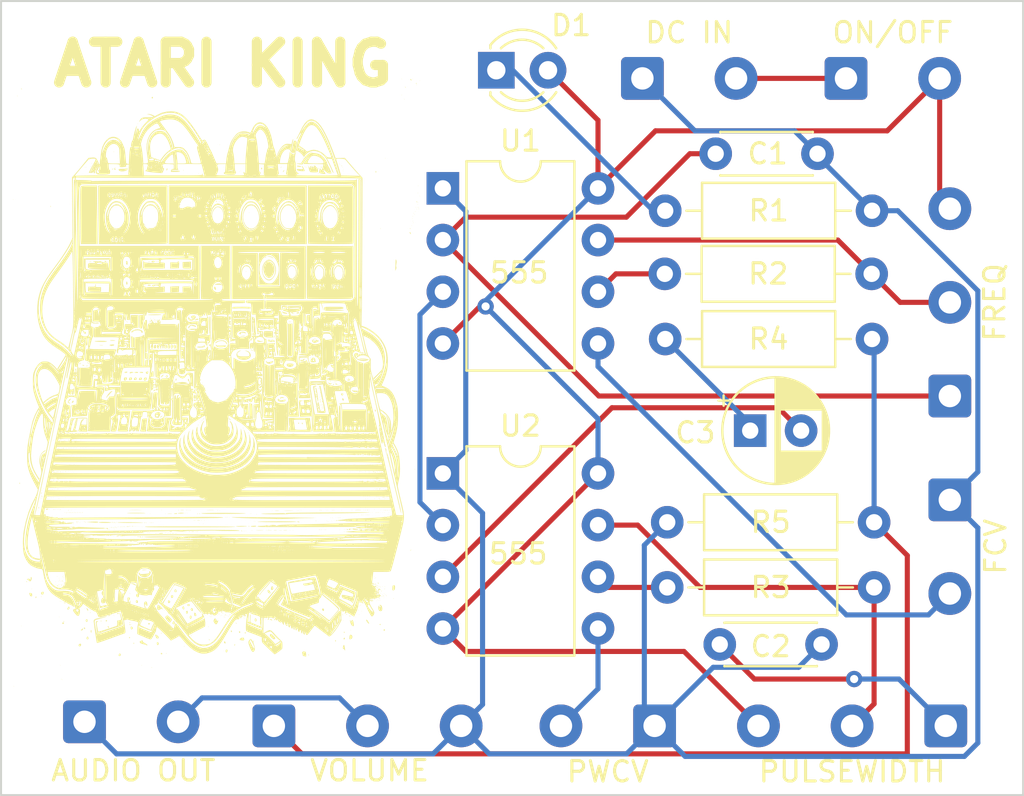
<source format=kicad_pcb>
(kicad_pcb (version 20211014) (generator pcbnew)
  (layers (0 "F.Cu" signal) (31 "B.Cu" signal) (34 "B.Paste" user) (35 "F.Paste" user) (36 "B.SilkS" user "B.Silkscreen") (37 "F.SilkS" user "F.Silkscreen") (38 "B.Mask" user) (39 "F.Mask" user) (44 "Edge.Cuts" user))
  (net 0 "")
  (net 1 "GND")
  (net 2 "Net-(D1-Pad1)")
  (net 3 "/PWR")
  (net 4 "+9V")
  (net 5 "Net-(C1-Pad2)")
  (net 6 "Net-(PULSEWIDTH1-Pad1)")
  (net 7 "Net-(C3-Pad2)")
  (net 8 "Net-(FREQ1-Pad2)")
  (net 9 "Net-(J1-PadT)")
  (net 10 "Net-(J2-PadT)")
  (net 11 "Net-(J4-PadT)")
  (net 12 "Net-(PULSEWIDTH1-Pad2)")
  (net 13 "Net-(C3-Pad1)")
  (net 14 "Net-(R4-Pad2)")
  (net 15 "Net-(U1-Pad3)")
  (net 16 "Net-(U1-Pad6)")
  (net 17 "Net-(U2-Pad6)")
  (footprint "Resistor_THT:R_Axial_DIN0207_L6.3mm_D2.5mm_P10.16mm_Horizontal" (layer "F.Cu") (at 147.62 66.6)
    (fp_text reference "R4" (at 5.08 0) (layer "F.SilkS"))
    (fp_text value "10K" hide)
    (pad "1" thru_hole circle (at 0 0) (size 1.6 1.6) (drill 0.8) (layers *.Cu *.Mask) (net 13 "Net-(C3-Pad1)"))
    (pad "2" thru_hole oval (at 10.16 0) (size 1.6 1.6) (drill 0.8) (layers *.Cu *.Mask) (net 14 "Net-(R4-Pad2)"))
  )
  (footprint "Connector_Wire:SolderWire-0.5sqmm_1x03_P4.6mm_D0.9mm_OD2.1mm" (layer "F.Cu") (at 128.4 85.6)
    (fp_text reference "VOLUME" (at 4.7 2.2) (layer "F.SilkS"))
    (fp_text value "5K" hide)
    (pad "1" thru_hole roundrect (at 0 0) (size 2.1 2.1) (drill 1.1) (layers *.Cu *.Mask) (roundrect_rratio 0.1190480952) (net 14 "Net-(R4-Pad2)"))
    (pad "2" thru_hole circle (at 4.6 0) (size 2.1 2.1) (drill 1.1) (layers *.Cu *.Mask) (net 11 "Net-(J4-PadT)"))
    (pad "3" thru_hole circle (at 9.2 0) (size 2.1 2.1) (drill 1.1) (layers *.Cu *.Mask) (net 1 "GND"))
  )
  (footprint "Connector_Wire:SolderWire-0.5sqmm_1x02_P4.6mm_D0.9mm_OD2.1mm" (layer "F.Cu") (at 119.1 85.4)
    (fp_text reference "AUDIO OUT" (at 2.4 2.4) (layer "F.SilkS"))
    (fp_text value "AUDIO OUT" hide)
    (pad "S" thru_hole roundrect (at 0 0) (size 2.1 2.1) (drill 1.1) (layers *.Cu *.Mask) (roundrect_rratio 0.1190480952) (net 1 "GND"))
    (pad "T" thru_hole circle (at 4.6 0) (size 2.1 2.1) (drill 1.1) (layers *.Cu *.Mask) (net 11 "Net-(J4-PadT)"))
  )
  (footprint "Connector_Wire:SolderWire-0.5sqmm_1x02_P4.6mm_D0.9mm_OD2.1mm" (layer "F.Cu") (at 156.5 53.8)
    (fp_text reference "ON/OFF" (at 2.3 -2.25) (layer "F.SilkS"))
    (fp_text value "ON/OFF" hide)
    (pad "1" thru_hole roundrect (at 0 0) (size 2.1 2.1) (drill 1.1) (layers *.Cu *.Mask) (roundrect_rratio 0.1190480952) (net 4 "+9V"))
    (pad "2" thru_hole circle (at 4.6 0) (size 2.1 2.1) (drill 1.1) (layers *.Cu *.Mask) (net 3 "/PWR"))
  )
  (footprint "Package_DIP:DIP-8_W7.62mm" (layer "F.Cu") (at 136.7 73.2)
    (fp_text reference "U2" (at 3.81 -2.33) (layer "F.SilkS"))
    (fp_text value "555" (at 3.7 3.95) (layer "F.SilkS"))
    (pad "1" thru_hole rect (at 0 0) (size 1.6 1.6) (drill 0.8) (layers *.Cu *.Mask) (net 1 "GND"))
    (pad "2" thru_hole oval (at 0 2.54) (size 1.6 1.6) (drill 0.8) (layers *.Cu *.Mask) (net 15 "Net-(U1-Pad3)"))
    (pad "3" thru_hole oval (at 0 5.08) (size 1.6 1.6) (drill 0.8) (layers *.Cu *.Mask) (net 7 "Net-(C3-Pad2)"))
    (pad "4" thru_hole oval (at 0 7.62) (size 1.6 1.6) (drill 0.8) (layers *.Cu *.Mask) (net 3 "/PWR"))
    (pad "5" thru_hole oval (at 7.62 7.62) (size 1.6 1.6) (drill 0.8) (layers *.Cu *.Mask) (net 10 "Net-(J2-PadT)"))
    (pad "6" thru_hole oval (at 7.62 5.08) (size 1.6 1.6) (drill 0.8) (layers *.Cu *.Mask) (net 17 "Net-(U2-Pad6)"))
    (pad "7" thru_hole oval (at 7.62 2.54) (size 1.6 1.6) (drill 0.8) (layers *.Cu *.Mask) (net 12 "Net-(PULSEWIDTH1-Pad2)"))
    (pad "8" thru_hole oval (at 7.62 0) (size 1.6 1.6) (drill 0.8) (layers *.Cu *.Mask) (net 3 "/PWR"))
  )
  (footprint "Resistor_THT:R_Axial_DIN0207_L6.3mm_D2.5mm_P10.16mm_Horizontal" (layer "F.Cu") (at 147.72 75.6)
    (fp_text reference "R5" (at 5.08 0) (layer "F.SilkS"))
    (fp_text value "4.7K" hide)
    (pad "1" thru_hole circle (at 0 0) (size 1.6 1.6) (drill 0.8) (layers *.Cu *.Mask) (net 1 "GND"))
    (pad "2" thru_hole oval (at 10.16 0) (size 1.6 1.6) (drill 0.8) (layers *.Cu *.Mask) (net 14 "Net-(R4-Pad2)"))
  )
  (footprint "Resistor_THT:R_Axial_DIN0207_L6.3mm_D2.5mm_P10.16mm_Horizontal" (layer "F.Cu") (at 147.72 78.8)
    (fp_text reference "R3" (at 5.08 0) (layer "F.SilkS"))
    (fp_text value "1K" hide)
    (pad "1" thru_hole circle (at 0 0) (size 1.6 1.6) (drill 0.8) (layers *.Cu *.Mask) (net 17 "Net-(U2-Pad6)"))
    (pad "2" thru_hole oval (at 10.16 0) (size 1.6 1.6) (drill 0.8) (layers *.Cu *.Mask) (net 12 "Net-(PULSEWIDTH1-Pad2)"))
  )
  (footprint "Capacitor_THT:C_Disc_D4.3mm_W1.9mm_P5.00mm" (layer "F.Cu") (at 155.3 81.6 180)
    (fp_text reference "C2" (at 2.5 -0.1) (layer "F.SilkS"))
    (fp_text value ".1uf" hide)
    (pad "1" thru_hole circle (at 0 0 180) (size 1.6 1.6) (drill 0.8) (layers *.Cu *.Mask) (net 1 "GND"))
    (pad "2" thru_hole circle (at 5 0 180) (size 1.6 1.6) (drill 0.8) (layers *.Cu *.Mask) (net 6 "Net-(PULSEWIDTH1-Pad1)"))
  )
  (footprint "images:atari_large_long" (layer "F.Cu") (at 125.6 68.8)
    (fp_text reference "G***" hide)
    (fp_text value "LOGO" hide)
  )
  (footprint "Resistor_THT:R_Axial_DIN0207_L6.3mm_D2.5mm_P10.16mm_Horizontal" (layer "F.Cu") (at 147.6 63.4)
    (fp_text reference "R2" (at 5.08 0) (layer "F.SilkS"))
    (fp_text value "1K" hide)
    (pad "1" thru_hole circle (at 0 0) (size 1.6 1.6) (drill 0.8) (layers *.Cu *.Mask) (net 16 "Net-(U1-Pad6)"))
    (pad "2" thru_hole oval (at 10.16 0) (size 1.6 1.6) (drill 0.8) (layers *.Cu *.Mask) (net 8 "Net-(FREQ1-Pad2)"))
  )
  (footprint "Connector_Wire:SolderWire-0.5sqmm_1x03_P4.6mm_D0.9mm_OD2.1mm" (layer "F.Cu") (at 161.4 85.6 180)
    (fp_text reference "PULSEWIDTH" (at 4.6 -2.25) (layer "F.SilkS"))
    (fp_text value "1M" hide)
    (pad "1" thru_hole roundrect (at 0 0 180) (size 2.1 2.1) (drill 1.1) (layers *.Cu *.Mask) (roundrect_rratio 0.1190480952) (net 6 "Net-(PULSEWIDTH1-Pad1)"))
    (pad "2" thru_hole circle (at 4.6 0 180) (size 2.1 2.1) (drill 1.1) (layers *.Cu *.Mask) (net 12 "Net-(PULSEWIDTH1-Pad2)"))
    (pad "3" thru_hole circle (at 9.2 0 180) (size 2.1 2.1) (drill 1.1) (layers *.Cu *.Mask) (net 3 "/PWR"))
  )
  (footprint "Capacitor_THT:CP_Radial_D5.0mm_P2.50mm" (layer "F.Cu") (at 151.794888 71.1)
    (fp_text reference "C3" (at -2.694888 0.1) (layer "F.SilkS"))
    (fp_text value "10uf" hide)
    (pad "1" thru_hole rect (at 0 0) (size 1.6 1.6) (drill 0.8) (layers *.Cu *.Mask) (net 13 "Net-(C3-Pad1)"))
    (pad "2" thru_hole circle (at 2.5 0) (size 1.6 1.6) (drill 0.8) (layers *.Cu *.Mask) (net 7 "Net-(C3-Pad2)"))
  )
  (footprint "Connector_Wire:SolderWire-0.5sqmm_1x02_P4.6mm_D0.9mm_OD2.1mm" (layer "F.Cu") (at 146.5 53.8)
    (fp_text reference "DC IN" (at 2.3 -2.25) (layer "F.SilkS"))
    (fp_text value "DC IN" hide)
    (pad "1" thru_hole roundrect (at 0 0) (size 2.1 2.1) (drill 1.1) (layers *.Cu *.Mask) (roundrect_rratio 0.1190480952) (net 1 "GND"))
    (pad "2" thru_hole circle (at 4.6 0) (size 2.1 2.1) (drill 1.1) (layers *.Cu *.Mask) (net 4 "+9V"))
  )
  (footprint "Resistor_THT:R_Axial_DIN0207_L6.3mm_D2.5mm_P10.16mm_Horizontal" (layer "F.Cu") (at 157.78 60.3 180)
    (fp_text reference "R1" (at 5.08 0) (layer "F.SilkS"))
    (fp_text value "1K" hide)
    (pad "1" thru_hole circle (at 0 0 180) (size 1.6 1.6) (drill 0.8) (layers *.Cu *.Mask) (net 1 "GND"))
    (pad "2" thru_hole oval (at 10.16 0 180) (size 1.6 1.6) (drill 0.8) (layers *.Cu *.Mask) (net 2 "Net-(D1-Pad1)"))
  )
  (footprint "Capacitor_THT:C_Disc_D4.3mm_W1.9mm_P5.00mm" (layer "F.Cu") (at 155.1 57.5 180)
    (fp_text reference "C1" (at 2.45 0 180) (layer "F.SilkS"))
    (fp_text value ".01uf" hide)
    (pad "1" thru_hole circle (at 0 0 180) (size 1.6 1.6) (drill 0.8) (layers *.Cu *.Mask) (net 1 "GND"))
    (pad "2" thru_hole circle (at 5 0 180) (size 1.6 1.6) (drill 0.8) (layers *.Cu *.Mask) (net 5 "Net-(C1-Pad2)"))
  )
  (footprint "Connector_Wire:SolderWire-0.5sqmm_1x02_P4.6mm_D0.9mm_OD2.1mm" (layer "F.Cu") (at 161.6 74.5 -90)
    (fp_text reference "FCV" (at 2.3 -2.25 -270) (layer "F.SilkS"))
    (fp_text value "FCV" hide)
    (pad "S" thru_hole roundrect (at 0 0 270) (size 2.1 2.1) (drill 1.1) (layers *.Cu *.Mask) (roundrect_rratio 0.1190480952) (net 1 "GND"))
    (pad "T" thru_hole circle (at 4.6 0 270) (size 2.1 2.1) (drill 1.1) (layers *.Cu *.Mask) (net 9 "Net-(J1-PadT)"))
  )
  (footprint "Package_DIP:DIP-8_W7.62mm" (layer "F.Cu") (at 136.7 59.2)
    (fp_text reference "U1" (at 3.81 -2.33) (layer "F.SilkS"))
    (fp_text value "555" (at 3.75 4.15) (layer "F.SilkS"))
    (pad "1" thru_hole rect (at 0 0) (size 1.6 1.6) (drill 0.8) (layers *.Cu *.Mask) (net 1 "GND"))
    (pad "2" thru_hole oval (at 0 2.54) (size 1.6 1.6) (drill 0.8) (layers *.Cu *.Mask) (net 5 "Net-(C1-Pad2)"))
    (pad "3" thru_hole oval (at 0 5.08) (size 1.6 1.6) (drill 0.8) (layers *.Cu *.Mask) (net 15 "Net-(U1-Pad3)"))
    (pad "4" thru_hole oval (at 0 7.62) (size 1.6 1.6) (drill 0.8) (layers *.Cu *.Mask) (net 3 "/PWR"))
    (pad "5" thru_hole oval (at 7.62 7.62) (size 1.6 1.6) (drill 0.8) (layers *.Cu *.Mask) (net 9 "Net-(J1-PadT)"))
    (pad "6" thru_hole oval (at 7.62 5.08) (size 1.6 1.6) (drill 0.8) (layers *.Cu *.Mask) (net 16 "Net-(U1-Pad6)"))
    (pad "7" thru_hole oval (at 7.62 2.54) (size 1.6 1.6) (drill 0.8) (layers *.Cu *.Mask) (net 8 "Net-(FREQ1-Pad2)"))
    (pad "8" thru_hole oval (at 7.62 0) (size 1.6 1.6) (drill 0.8) (layers *.Cu *.Mask) (net 3 "/PWR"))
  )
  (footprint "Connector_Wire:SolderWire-0.5sqmm_1x03_P4.6mm_D0.9mm_OD2.1mm" (layer "F.Cu") (at 161.6 69.4 90)
    (fp_text reference "FREQ" (at 4.6 2.2 90) (layer "F.SilkS"))
    (fp_text value "1M" hide)
    (pad "1" thru_hole roundrect (at 0 0 90) (size 2.1 2.1) (drill 1.1) (layers *.Cu *.Mask) (roundrect_rratio 0.1190480952) (net 5 "Net-(C1-Pad2)"))
    (pad "2" thru_hole circle (at 4.6 0 90) (size 2.1 2.1) (drill 1.1) (layers *.Cu *.Mask) (net 8 "Net-(FREQ1-Pad2)"))
    (pad "3" thru_hole circle (at 9.2 0 90) (size 2.1 2.1) (drill 1.1) (layers *.Cu *.Mask) (net 3 "/PWR"))
  )
  (footprint "Connector_Wire:SolderWire-0.5sqmm_1x02_P4.6mm_D0.9mm_OD2.1mm" (layer "F.Cu") (at 147.1 85.6 180)
    (fp_text reference "PWCV" (at 2.3 -2.25) (layer "F.SilkS"))
    (fp_text value "PWCV" hide)
    (pad "S" thru_hole roundrect (at 0 0 180) (size 2.1 2.1) (drill 1.1) (layers *.Cu *.Mask) (roundrect_rratio 0.1190480952) (net 1 "GND"))
    (pad "T" thru_hole circle (at 4.6 0 180) (size 2.1 2.1) (drill 1.1) (layers *.Cu *.Mask) (net 10 "Net-(J2-PadT)"))
  )
  (footprint "LED_THT:LED_D3.0mm" (layer "F.Cu") (at 139.325 53.4)
    (fp_text reference "D1" (at 3.675 -2.2) (layer "F.SilkS"))
    (fp_text value "LED")
    (pad "1" thru_hole rect (at 0 0) (size 1.8 1.8) (drill 0.9) (layers *.Cu *.Mask) (net 2 "Net-(D1-Pad1)"))
    (pad "2" thru_hole circle (at 2.54 0) (size 1.8 1.8) (drill 0.9) (layers *.Cu *.Mask) (net 3 "/PWR"))
  )
  (gr_rect (start 115 50) (end 165.2 89) (layer "Edge.Cuts") (width 0.1) (fill none))
  (gr_text "ATARI KING" (at 125.9 53.1) (layer "F.SilkS") (effects (font (size 2 2) (thickness 0.5))))
  (segment (start 155.1 57.5) (end 153.975489 56.375489) (width 0.25) (layer "B.Cu") (net 1))
  (segment (start 154.175489 82.724511) (end 149.975489 82.724511) (width 0.25) (layer "B.Cu") (net 1))
  (segment (start 120.67452 86.97452) (end 119.1 85.4) (width 0.25) (layer "B.Cu") (net 1))
  (segment (start 147.1 85.6) (end 145.725489 86.974511) (width 0.25) (layer "B.Cu") (net 1))
  (segment (start 159.043853 60.3) (end 162.974511 64.230658) (width 0.25) (layer "B.Cu") (net 1))
  (segment (start 162.974511 64.230658) (end 162.974511 73.125489) (width 0.25) (layer "B.Cu") (net 1))
  (segment (start 137.824511 60.324511) (end 136.7 59.2) (width 0.25) (layer "B.Cu") (net 1))
  (segment (start 148.6 87.1) (end 147.1 85.6) (width 0.25) (layer "B.Cu") (net 1))
  (segment (start 147.72 75.6) (end 146.595489 76.724511) (width 0.25) (layer "B.Cu") (net 1))
  (segment (start 138.65 75.15) (end 136.7 73.2) (width 0.25) (layer "B.Cu") (net 1))
  (segment (start 162.974511 75.874511) (end 162.974511 86.437982) (width 0.25) (layer "B.Cu") (net 1))
  (segment (start 138.65 84.55) (end 138.65 75.15) (width 0.25) (layer "B.Cu") (net 1))
  (segment (start 162.312493 87.1) (end 148.6 87.1) (width 0.25) (layer "B.Cu") (net 1))
  (segment (start 149.975489 82.724511) (end 147.1 85.6) (width 0.25) (layer "B.Cu") (net 1))
  (segment (start 137.824511 72.075489) (end 137.824511 60.324511) (width 0.25) (layer "B.Cu") (net 1))
  (segment (start 137.6 85.6) (end 138.65 84.55) (width 0.25) (layer "B.Cu") (net 1))
  (segment (start 162.974511 86.437982) (end 162.312493 87.1) (width 0.25) (layer "B.Cu") (net 1))
  (segment (start 136.22548 86.97452) (end 120.67452 86.97452) (width 0.25) (layer "B.Cu") (net 1))
  (segment (start 155.1 57.62) (end 155.1 57.5) (width 0.25) (layer "B.Cu") (net 1))
  (segment (start 137.6 85.6) (end 136.22548 86.97452) (width 0.25) (layer "B.Cu") (net 1))
  (segment (start 145.725489 86.974511) (end 138.974511 86.974511) (width 0.25) (layer "B.Cu") (net 1))
  (segment (start 138.974511 86.974511) (end 137.6 85.6) (width 0.25) (layer "B.Cu") (net 1))
  (segment (start 161.6 74.5) (end 162.974511 75.874511) (width 0.25) (layer "B.Cu") (net 1))
  (segment (start 153.975489 56.375489) (end 149.075489 56.375489) (width 0.25) (layer "B.Cu") (net 1))
  (segment (start 136.7 73.2) (end 137.824511 72.075489) (width 0.25) (layer "B.Cu") (net 1))
  (segment (start 157.78 60.3) (end 155.1 57.62) (width 0.25) (layer "B.Cu") (net 1))
  (segment (start 149.075489 56.375489) (end 146.5 53.8) (width 0.25) (layer "B.Cu") (net 1))
  (segment (start 155.3 81.6) (end 154.175489 82.724511) (width 0.25) (layer "B.Cu") (net 1))
  (segment (start 162.974511 73.125489) (end 161.6 74.5) (width 0.25) (layer "B.Cu") (net 1))
  (segment (start 146.595489 85.095489) (end 147.1 85.6) (width 0.25) (layer "B.Cu") (net 1))
  (segment (start 157.78 60.3) (end 159.043853 60.3) (width 0.25) (layer "B.Cu") (net 1))
  (segment (start 146.595489 76.724511) (end 146.595489 85.095489) (width 0.25) (layer "B.Cu") (net 1))
  (segment (start 147.62 60.3) (end 147.033279 60.3) (width 0.25) (layer "B.Cu") (net 2))
  (segment (start 140.133279 53.4) (end 139.325 53.4) (width 0.25) (layer "B.Cu") (net 2))
  (segment (start 147.033279 60.3) (end 140.133279 53.4) (width 0.25) (layer "B.Cu") (net 2))
  (segment (start 136.7 80.82) (end 144.32 73.2) (width 0.25) (layer "F.Cu") (net 3))
  (segment (start 136.7 66.82) (end 138.52 65) (width 0.25) (layer "F.Cu") (net 3))
  (segment (start 148.544511 81.944511) (end 137.824511 81.944511) (width 0.25) (layer "F.Cu") (net 3))
  (segment (start 158.524511 56.375489) (end 161.1 53.8) (width 0.25) (layer "F.Cu") (net 3))
  (segment (start 138.52 65) (end 138.8 65) (width 0.25) (layer "F.Cu") (net 3))
  (segment (start 161.1 53.8) (end 161.1 59.7) (width 0.25) (layer "F.Cu") (net 3))
  (segment (start 161.1 59.7) (end 161.6 60.2) (width 0.25) (layer "F.Cu") (net 3))
  (segment (start 147.144511 56.375489) (end 158.524511 56.375489) (width 0.25) (layer "F.Cu") (net 3))
  (segment (start 152.2 85.6) (end 148.544511 81.944511) (width 0.25) (layer "F.Cu") (net 3))
  (segment (start 144.32 55.855) (end 141.865 53.4) (width 0.25) (layer "F.Cu") (net 3))
  (segment (start 144.32 59.2) (end 147.144511 56.375489) (width 0.25) (layer "F.Cu") (net 3))
  (segment (start 137.824511 81.944511) (end 136.7 80.82) (width 0.25) (layer "F.Cu") (net 3))
  (segment (start 144.32 59.2) (end 144.32 55.855) (width 0.25) (layer "F.Cu") (net 3))
  (via (at 138.8 65) (size 0.8) (drill 0.4) (layers "F.Cu" "B.Cu") (net 3))
  (segment (start 144.32 70.52) (end 138.8 65) (width 0.25) (layer "B.Cu") (net 3))
  (segment (start 144.32 73.2) (end 144.32 70.52) (width 0.25) (layer "B.Cu") (net 3))
  (segment (start 138.8 65) (end 138.8 64.72) (width 0.25) (layer "B.Cu") (net 3))
  (segment (start 138.8 64.72) (end 144.32 59.2) (width 0.25) (layer "B.Cu") (net 3))
  (segment (start 156.5 53.8) (end 151.1 53.8) (width 0.25) (layer "F.Cu") (net 4))
  (segment (start 144.36 69.4) (end 136.7 61.74) (width 0.25) (layer "F.Cu") (net 5))
  (segment (start 148.8297 57.5) (end 150.1 57.5) (width 0.25) (layer "F.Cu") (net 5))
  (segment (start 137.824511 60.615489) (end 145.714211 60.615489) (width 0.25) (layer "F.Cu") (net 5))
  (segment (start 161.6 69.4) (end 144.36 69.4) (width 0.25) (layer "F.Cu") (net 5))
  (segment (start 136.7 61.74) (end 137.824511 60.615489) (width 0.25) (layer "F.Cu") (net 5))
  (segment (start 145.714211 60.615489) (end 148.8297 57.5) (width 0.25) (layer "F.Cu") (net 5))
  (segment (start 152 83.3) (end 156.9 83.3) (width 0.25) (layer "F.Cu") (net 6))
  (segment (start 150.3 81.6) (end 152 83.3) (width 0.25) (layer "F.Cu") (net 6))
  (via (at 156.9 83.3) (size 0.8) (drill 0.4) (layers "F.Cu" "B.Cu") (net 6))
  (segment (start 156.9 83.3) (end 159.1 83.3) (width 0.25) (layer "B.Cu") (net 6))
  (segment (start 159.1 83.3) (end 161.4 85.6) (width 0.25) (layer "B.Cu") (net 6))
  (segment (start 154.294888 71.1) (end 153.170377 69.975489) (width 0.25) (layer "F.Cu") (net 7))
  (segment (start 145.004511 69.975489) (end 136.7 78.28) (width 0.25) (layer "F.Cu") (net 7))
  (segment (start 153.170377 69.975489) (end 145.004511 69.975489) (width 0.25) (layer "F.Cu") (net 7))
  (segment (start 144.32 61.74) (end 156.1 61.74) (width 0.25) (layer "F.Cu") (net 8))
  (segment (start 161.6 64.8) (end 159.16 64.8) (width 0.25) (layer "F.Cu") (net 8))
  (segment (start 156.1 61.74) (end 157.76 63.4) (width 0.25) (layer "F.Cu") (net 8))
  (segment (start 159.16 64.8) (end 157.76 63.4) (width 0.25) (layer "F.Cu") (net 8))
  (segment (start 156.51863 80.15) (end 144.32 67.95137) (width 0.25) (layer "B.Cu") (net 9))
  (segment (start 160.55 80.15) (end 156.51863 80.15) (width 0.25) (layer "B.Cu") (net 9))
  (segment (start 144.32 67.95137) (end 144.32 66.82) (width 0.25) (layer "B.Cu") (net 9))
  (segment (start 161.6 79.1) (end 160.55 80.15) (width 0.25) (layer "B.Cu") (net 9))
  (segment (start 142.5 85.6) (end 144.32 83.78) (width 0.25) (layer "B.Cu") (net 10))
  (segment (start 144.32 83.78) (end 144.32 80.82) (width 0.25) (layer "B.Cu") (net 10))
  (segment (start 133 85.6) (end 131.62548 84.22548) (width 0.25) (layer "B.Cu") (net 11))
  (segment (start 124.87452 84.22548) (end 123.7 85.4) (width 0.25) (layer "B.Cu") (net 11))
  (segment (start 131.62548 84.22548) (end 124.87452 84.22548) (width 0.25) (layer "B.Cu") (net 11))
  (segment (start 157.88 78.8) (end 149.3297 78.8) (width 0.25) (layer "F.Cu") (net 12))
  (segment (start 157.88 84.52) (end 156.8 85.6) (width 0.25) (layer "F.Cu") (net 12))
  (segment (start 146.2697 75.74) (end 144.32 75.74) (width 0.25) (layer "F.Cu") (net 12))
  (segment (start 149.3297 78.8) (end 146.2697 75.74) (width 0.25) (layer "F.Cu") (net 12))
  (segment (start 157.88 78.8) (end 157.88 84.52) (width 0.25) (layer "F.Cu") (net 12))
  (segment (start 151.794888 70.774888) (end 151.794888 71.1) (width 0.25) (layer "B.Cu") (net 13))
  (segment (start 147.62 66.6) (end 151.794888 70.774888) (width 0.25) (layer "B.Cu") (net 13))
  (segment (start 159.511067 77.231067) (end 157.88 75.6) (width 0.25) (layer "F.Cu") (net 14))
  (segment (start 159.511067 86.97452) (end 159.511067 77.231067) (width 0.25) (layer "F.Cu") (net 14))
  (segment (start 128.4 85.6) (end 129.77452 86.97452) (width 0.25) (layer "F.Cu") (net 14))
  (segment (start 129.77452 86.97452) (end 159.511067 86.97452) (width 0.25) (layer "F.Cu") (net 14))
  (segment (start 157.88 75.6) (end 157.88 66.7) (width 0.25) (layer "B.Cu") (net 14))
  (segment (start 157.88 66.7) (end 157.78 66.6) (width 0.25) (layer "B.Cu") (net 14))
  (segment (start 135.575489 65.404511) (end 135.575489 74.615489) (width 0.25) (layer "B.Cu") (net 15))
  (segment (start 135.575489 74.615489) (end 136.7 75.74) (width 0.25) (layer "B.Cu") (net 15))
  (segment (start 136.7 64.28) (end 135.575489 65.404511) (width 0.25) (layer "B.Cu") (net 15))
  (segment (start 145.2 63.4) (end 144.32 64.28) (width 0.25) (layer "F.Cu") (net 16))
  (segment (start 147.6 63.4) (end 145.2 63.4) (width 0.25) (layer "F.Cu") (net 16))
  (segment (start 147.72 78.8) (end 144.84 78.8) (width 0.25) (layer "F.Cu") (net 17))
  (segment (start 144.84 78.8) (end 144.32 78.28) (width 0.25) (layer "F.Cu") (net 17))
)
</source>
